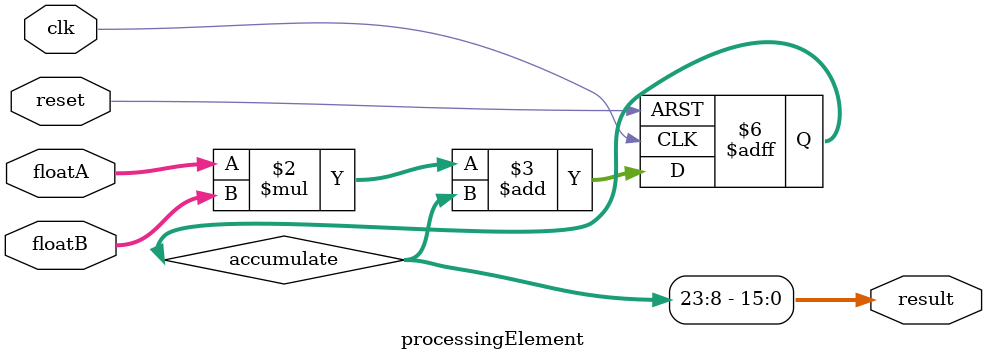
<source format=v>
`timescale 100 ns / 10 ps


module processingElement(clk,reset,floatA,floatB,result);

  parameter DATA_WIDTH = 16;

  input clk, reset;
  input signed [DATA_WIDTH-1:0] floatA, floatB;
  output [DATA_WIDTH-1:0] result;

  reg signed [2*DATA_WIDTH-1:0] multiply;
  reg signed[2*DATA_WIDTH-1:0] accumulate;


  always @(posedge clk or posedge reset)
  begin
    if (reset)
    begin
      multiply<=0;
      accumulate<=0;
    end
    else
    begin
      multiply=floatA*floatB;
      accumulate=multiply+accumulate;
    end
  end
  assign result = accumulate>>8;//[8+DATA_WIDTH-1:8]; //右移8位，因为输入权重数据是8bit定点数据

endmodule

</source>
